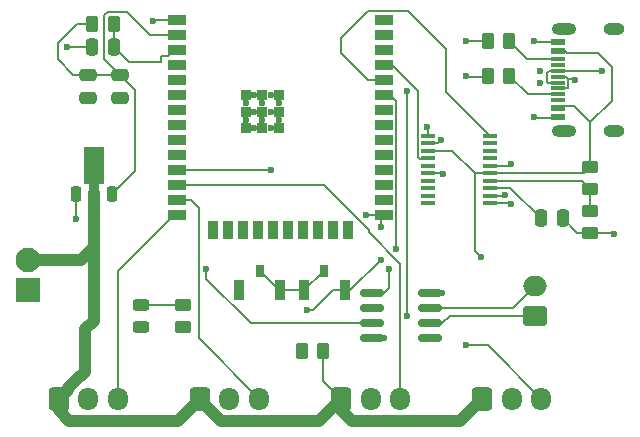
<source format=gtl>
G04 #@! TF.GenerationSoftware,KiCad,Pcbnew,9.0.7*
G04 #@! TF.CreationDate,2026-01-19T10:27:02-08:00*
G04 #@! TF.ProjectId,Tesla Ambient Lighting,5465736c-6120-4416-9d62-69656e74204c,rev?*
G04 #@! TF.SameCoordinates,Original*
G04 #@! TF.FileFunction,Copper,L1,Top*
G04 #@! TF.FilePolarity,Positive*
%FSLAX46Y46*%
G04 Gerber Fmt 4.6, Leading zero omitted, Abs format (unit mm)*
G04 Created by KiCad (PCBNEW 9.0.7) date 2026-01-19 10:27:02*
%MOMM*%
%LPD*%
G01*
G04 APERTURE LIST*
G04 Aperture macros list*
%AMRoundRect*
0 Rectangle with rounded corners*
0 $1 Rounding radius*
0 $2 $3 $4 $5 $6 $7 $8 $9 X,Y pos of 4 corners*
0 Add a 4 corners polygon primitive as box body*
4,1,4,$2,$3,$4,$5,$6,$7,$8,$9,$2,$3,0*
0 Add four circle primitives for the rounded corners*
1,1,$1+$1,$2,$3*
1,1,$1+$1,$4,$5*
1,1,$1+$1,$6,$7*
1,1,$1+$1,$8,$9*
0 Add four rect primitives between the rounded corners*
20,1,$1+$1,$2,$3,$4,$5,0*
20,1,$1+$1,$4,$5,$6,$7,0*
20,1,$1+$1,$6,$7,$8,$9,0*
20,1,$1+$1,$8,$9,$2,$3,0*%
%AMFreePoly0*
4,1,9,3.862500,-0.866500,0.737500,-0.866500,0.737500,-0.450000,-0.737500,-0.450000,-0.737500,0.450000,0.737500,0.450000,0.737500,0.866500,3.862500,0.866500,3.862500,-0.866500,3.862500,-0.866500,$1*%
G04 Aperture macros list end*
G04 #@! TA.AperFunction,ComponentPad*
%ADD10RoundRect,0.250000X0.750000X-0.600000X0.750000X0.600000X-0.750000X0.600000X-0.750000X-0.600000X0*%
G04 #@! TD*
G04 #@! TA.AperFunction,ComponentPad*
%ADD11O,2.000000X1.700000*%
G04 #@! TD*
G04 #@! TA.AperFunction,SMDPad,CuDef*
%ADD12RoundRect,0.225000X0.225000X-0.425000X0.225000X0.425000X-0.225000X0.425000X-0.225000X-0.425000X0*%
G04 #@! TD*
G04 #@! TA.AperFunction,SMDPad,CuDef*
%ADD13FreePoly0,90.000000*%
G04 #@! TD*
G04 #@! TA.AperFunction,SMDPad,CuDef*
%ADD14R,1.150000X0.600000*%
G04 #@! TD*
G04 #@! TA.AperFunction,SMDPad,CuDef*
%ADD15R,1.150000X0.300000*%
G04 #@! TD*
G04 #@! TA.AperFunction,ComponentPad*
%ADD16O,2.100000X1.000000*%
G04 #@! TD*
G04 #@! TA.AperFunction,ComponentPad*
%ADD17O,1.800000X1.000000*%
G04 #@! TD*
G04 #@! TA.AperFunction,SMDPad,CuDef*
%ADD18R,1.200000X0.400000*%
G04 #@! TD*
G04 #@! TA.AperFunction,SMDPad,CuDef*
%ADD19RoundRect,0.250000X-0.250000X-0.475000X0.250000X-0.475000X0.250000X0.475000X-0.250000X0.475000X0*%
G04 #@! TD*
G04 #@! TA.AperFunction,SMDPad,CuDef*
%ADD20RoundRect,0.250000X0.450000X-0.262500X0.450000X0.262500X-0.450000X0.262500X-0.450000X-0.262500X0*%
G04 #@! TD*
G04 #@! TA.AperFunction,SMDPad,CuDef*
%ADD21RoundRect,0.250000X0.262500X0.450000X-0.262500X0.450000X-0.262500X-0.450000X0.262500X-0.450000X0*%
G04 #@! TD*
G04 #@! TA.AperFunction,SMDPad,CuDef*
%ADD22R,0.900000X1.700000*%
G04 #@! TD*
G04 #@! TA.AperFunction,SMDPad,CuDef*
%ADD23R,0.800000X1.100000*%
G04 #@! TD*
G04 #@! TA.AperFunction,ComponentPad*
%ADD24RoundRect,0.250000X-0.600000X-0.725000X0.600000X-0.725000X0.600000X0.725000X-0.600000X0.725000X0*%
G04 #@! TD*
G04 #@! TA.AperFunction,ComponentPad*
%ADD25O,1.700000X1.950000*%
G04 #@! TD*
G04 #@! TA.AperFunction,SMDPad,CuDef*
%ADD26RoundRect,0.250000X-0.262500X-0.450000X0.262500X-0.450000X0.262500X0.450000X-0.262500X0.450000X0*%
G04 #@! TD*
G04 #@! TA.AperFunction,SMDPad,CuDef*
%ADD27RoundRect,0.250000X-0.475000X0.250000X-0.475000X-0.250000X0.475000X-0.250000X0.475000X0.250000X0*%
G04 #@! TD*
G04 #@! TA.AperFunction,ComponentPad*
%ADD28RoundRect,0.250001X0.799999X-0.799999X0.799999X0.799999X-0.799999X0.799999X-0.799999X-0.799999X0*%
G04 #@! TD*
G04 #@! TA.AperFunction,ComponentPad*
%ADD29C,2.100000*%
G04 #@! TD*
G04 #@! TA.AperFunction,SMDPad,CuDef*
%ADD30RoundRect,0.243750X0.456250X-0.243750X0.456250X0.243750X-0.456250X0.243750X-0.456250X-0.243750X0*%
G04 #@! TD*
G04 #@! TA.AperFunction,SMDPad,CuDef*
%ADD31R,1.500000X0.900000*%
G04 #@! TD*
G04 #@! TA.AperFunction,SMDPad,CuDef*
%ADD32R,0.900000X1.500000*%
G04 #@! TD*
G04 #@! TA.AperFunction,HeatsinkPad*
%ADD33R,0.900000X0.900000*%
G04 #@! TD*
G04 #@! TA.AperFunction,HeatsinkPad*
%ADD34C,0.600000*%
G04 #@! TD*
G04 #@! TA.AperFunction,SMDPad,CuDef*
%ADD35RoundRect,0.150000X-0.825000X-0.150000X0.825000X-0.150000X0.825000X0.150000X-0.825000X0.150000X0*%
G04 #@! TD*
G04 #@! TA.AperFunction,ViaPad*
%ADD36C,0.600000*%
G04 #@! TD*
G04 #@! TA.AperFunction,Conductor*
%ADD37C,0.200000*%
G04 #@! TD*
G04 #@! TA.AperFunction,Conductor*
%ADD38C,0.150000*%
G04 #@! TD*
G04 #@! TA.AperFunction,Conductor*
%ADD39C,1.000000*%
G04 #@! TD*
G04 APERTURE END LIST*
D10*
G04 #@! TO.P,J5,1,Pin_1*
G04 #@! TO.N,Net-(J5-Pin_1)*
X165805000Y-111000000D03*
D11*
G04 #@! TO.P,J5,2,Pin_2*
G04 #@! TO.N,Net-(J5-Pin_2)*
X165805000Y-108500000D03*
G04 #@! TD*
D12*
G04 #@! TO.P,U4,1,GND*
G04 #@! TO.N,GNDREF*
X127000000Y-100700000D03*
D13*
G04 #@! TO.P,U4,2,VI*
G04 #@! TO.N,/V5*
X128500000Y-100612500D03*
D12*
G04 #@! TO.P,U4,3,VO*
G04 #@! TO.N,/V33*
X130000000Y-100700000D03*
G04 #@! TD*
D14*
G04 #@! TO.P,J6,A1_B12,GND*
G04 #@! TO.N,GNDREF*
X167745000Y-94200000D03*
G04 #@! TO.P,J6,A4_B9,VBUS*
G04 #@! TO.N,/V5*
X167745000Y-93400000D03*
D15*
G04 #@! TO.P,J6,A5,CC1*
G04 #@! TO.N,Net-(J6-CC1)*
X167745000Y-92250000D03*
G04 #@! TO.P,J6,A6,DP1*
G04 #@! TO.N,/DP*
X167745000Y-91250000D03*
G04 #@! TO.P,J6,A7,DN1*
G04 #@! TO.N,/DN*
X167745000Y-90750000D03*
G04 #@! TO.P,J6,A8,SBU1*
G04 #@! TO.N,unconnected-(J6-SBU1-PadA8)*
X167745000Y-89750000D03*
D14*
G04 #@! TO.P,J6,B1_A12,GND__1*
G04 #@! TO.N,GNDREF*
X167745000Y-87800000D03*
G04 #@! TO.P,J6,B4_A9,VBUS__1*
G04 #@! TO.N,/V5*
X167745000Y-88600000D03*
D15*
G04 #@! TO.P,J6,B5,CC2*
G04 #@! TO.N,Net-(J6-CC2)*
X167745000Y-89250000D03*
G04 #@! TO.P,J6,B6,DP2*
G04 #@! TO.N,/DP*
X167745000Y-90250000D03*
G04 #@! TO.P,J6,B7,DN2*
G04 #@! TO.N,/DN*
X167745000Y-91750000D03*
G04 #@! TO.P,J6,B8,SBU2*
G04 #@! TO.N,unconnected-(J6-SBU2-PadB8)*
X167745000Y-92750000D03*
D16*
G04 #@! TO.P,J6,SH1,SHELL_GND*
G04 #@! TO.N,GNDREF*
X168320000Y-95320000D03*
G04 #@! TO.P,J6,SH2,SHELL_GND__1*
X168320000Y-86680000D03*
D17*
G04 #@! TO.P,J6,SH3,SHELL_GND__2*
X172500000Y-95320000D03*
G04 #@! TO.P,J6,SH4,SHELL_GND__3*
X172500000Y-86680000D03*
G04 #@! TD*
D18*
G04 #@! TO.P,U5,1,~{DTR}*
G04 #@! TO.N,GNDREF*
X156800000Y-95750000D03*
G04 #@! TO.P,U5,2,~{RTS}*
G04 #@! TO.N,/RTS*
X156800000Y-96385000D03*
G04 #@! TO.P,U5,3,VCCIO*
G04 #@! TO.N,/V5*
X156800000Y-97020000D03*
G04 #@! TO.P,U5,4,RXD*
G04 #@! TO.N,Net-(U1-TXD0{slash}IO1)*
X156800000Y-97655000D03*
G04 #@! TO.P,U5,5,~{RI}*
G04 #@! TO.N,unconnected-(U5-~{RI}-Pad5)*
X156800000Y-98290000D03*
G04 #@! TO.P,U5,6,GND*
G04 #@! TO.N,GNDREF*
X156800000Y-98925000D03*
G04 #@! TO.P,U5,7,~{DSR}*
G04 #@! TO.N,unconnected-(U5-~{DSR}-Pad7)*
X156800000Y-99560000D03*
G04 #@! TO.P,U5,8,~{DCD}*
G04 #@! TO.N,unconnected-(U5-~{DCD}-Pad8)*
X156800000Y-100195000D03*
G04 #@! TO.P,U5,9,~{CTS}*
G04 #@! TO.N,unconnected-(U5-~{CTS}-Pad9)*
X156800000Y-100830000D03*
G04 #@! TO.P,U5,10,CBUS2*
G04 #@! TO.N,unconnected-(U5-CBUS2-Pad10)*
X156800000Y-101465000D03*
G04 #@! TO.P,U5,11,USBDP*
G04 #@! TO.N,/DP*
X162000000Y-101465000D03*
G04 #@! TO.P,U5,12,USBDM*
G04 #@! TO.N,/DN*
X162000000Y-100830000D03*
G04 #@! TO.P,U5,13,3V3OUT*
G04 #@! TO.N,Net-(U5-3V3OUT)*
X162000000Y-100195000D03*
G04 #@! TO.P,U5,14,~{RESET}*
G04 #@! TO.N,Net-(U5-~{RESET})*
X162000000Y-99560000D03*
G04 #@! TO.P,U5,15,VCC*
G04 #@! TO.N,/V5*
X162000000Y-98925000D03*
G04 #@! TO.P,U5,16,GND*
G04 #@! TO.N,GNDREF*
X162000000Y-98290000D03*
G04 #@! TO.P,U5,17,CBUS1*
G04 #@! TO.N,unconnected-(U5-CBUS1-Pad17)*
X162000000Y-97655000D03*
G04 #@! TO.P,U5,18,CBUS0*
G04 #@! TO.N,unconnected-(U5-CBUS0-Pad18)*
X162000000Y-97020000D03*
G04 #@! TO.P,U5,19,CBUS3*
G04 #@! TO.N,unconnected-(U5-CBUS3-Pad19)*
X162000000Y-96385000D03*
G04 #@! TO.P,U5,20,TXD*
G04 #@! TO.N,Net-(U1-RXD0{slash}IO3)*
X162000000Y-95750000D03*
G04 #@! TD*
D19*
G04 #@! TO.P,C4,1*
G04 #@! TO.N,Net-(U5-3V3OUT)*
X166300000Y-102750000D03*
G04 #@! TO.P,C4,2*
G04 #@! TO.N,GNDREF*
X168200000Y-102750000D03*
G04 #@! TD*
D20*
G04 #@! TO.P,R6,1*
G04 #@! TO.N,/V33*
X136000000Y-111912500D03*
G04 #@! TO.P,R6,2*
G04 #@! TO.N,Net-(D1-A)*
X136000000Y-110087500D03*
G04 #@! TD*
D21*
G04 #@! TO.P,R5,1*
G04 #@! TO.N,Net-(J6-CC2)*
X163662500Y-87750000D03*
G04 #@! TO.P,R5,2*
G04 #@! TO.N,GNDREF*
X161837500Y-87750000D03*
G04 #@! TD*
D22*
G04 #@! TO.P,RESET,1,1*
G04 #@! TO.N,GNDREF*
X144200000Y-108820000D03*
G04 #@! TO.P,RESET,2,2*
G04 #@! TO.N,/EN*
X140800000Y-108820000D03*
D23*
G04 #@! TO.P,RESET,3*
G04 #@! TO.N,GNDREF*
X142500000Y-107180000D03*
G04 #@! TD*
D22*
G04 #@! TO.P,SW1,1,1*
G04 #@! TO.N,/GPIO0*
X149700000Y-108820000D03*
G04 #@! TO.P,SW1,2,2*
G04 #@! TO.N,GNDREF*
X146300000Y-108820000D03*
D23*
G04 #@! TO.P,SW1,3*
X148000000Y-107180000D03*
G04 #@! TD*
D24*
G04 #@! TO.P,J3,1,Pin_1*
G04 #@! TO.N,/V5*
X149400000Y-118000000D03*
D25*
G04 #@! TO.P,J3,2,Pin_2*
G04 #@! TO.N,GNDREF*
X151900000Y-118000000D03*
G04 #@! TO.P,J3,3,Pin_3*
G04 #@! TO.N,Net-(J3-Pin_3)*
X154400000Y-118000000D03*
G04 #@! TD*
D26*
G04 #@! TO.P,R1,1*
G04 #@! TO.N,/V33*
X128337500Y-86250000D03*
G04 #@! TO.P,R1,2*
G04 #@! TO.N,/EN*
X130162500Y-86250000D03*
G04 #@! TD*
G04 #@! TO.P,R4,1*
G04 #@! TO.N,GNDREF*
X161837500Y-90700000D03*
G04 #@! TO.P,R4,2*
G04 #@! TO.N,Net-(J6-CC1)*
X163662500Y-90700000D03*
G04 #@! TD*
D21*
G04 #@! TO.P,R7,1*
G04 #@! TO.N,/V5*
X147912500Y-114000000D03*
G04 #@! TO.P,R7,2*
G04 #@! TO.N,/GPIO0*
X146087500Y-114000000D03*
G04 #@! TD*
D27*
G04 #@! TO.P,C1,1*
G04 #@! TO.N,/V33*
X130720000Y-90625000D03*
G04 #@! TO.P,C1,2*
G04 #@! TO.N,GNDREF*
X130720000Y-92525000D03*
G04 #@! TD*
D24*
G04 #@! TO.P,J2,1,Pin_1*
G04 #@! TO.N,/V5*
X137450000Y-118000000D03*
D25*
G04 #@! TO.P,J2,2,Pin_2*
G04 #@! TO.N,GNDREF*
X139950000Y-118000000D03*
G04 #@! TO.P,J2,3,Pin_3*
G04 #@! TO.N,Net-(J2-Pin_3)*
X142450000Y-118000000D03*
G04 #@! TD*
D28*
G04 #@! TO.P,J7,1,Pin_1*
G04 #@! TO.N,GNDREF*
X122867500Y-108790000D03*
D29*
G04 #@! TO.P,J7,2,Pin_2*
G04 #@! TO.N,/V5*
X122867500Y-106250000D03*
G04 #@! TD*
D30*
G04 #@! TO.P,PWR,1,K*
G04 #@! TO.N,GNDREF*
X132500000Y-111937500D03*
G04 #@! TO.P,PWR,2,A*
G04 #@! TO.N,Net-(D1-A)*
X132500000Y-110062500D03*
G04 #@! TD*
D20*
G04 #@! TO.P,R2,1*
G04 #@! TO.N,GNDREF*
X170500000Y-103950000D03*
G04 #@! TO.P,R2,2*
G04 #@! TO.N,Net-(U5-~{RESET})*
X170500000Y-102125000D03*
G04 #@! TD*
D19*
G04 #@! TO.P,C3,1*
G04 #@! TO.N,GNDREF*
X128300000Y-88250000D03*
G04 #@! TO.P,C3,2*
G04 #@! TO.N,/EN*
X130200000Y-88250000D03*
G04 #@! TD*
D31*
G04 #@! TO.P,U1,1,GND*
G04 #@! TO.N,GNDREF*
X135500000Y-85990000D03*
G04 #@! TO.P,U1,2,VDD*
G04 #@! TO.N,/V33*
X135500000Y-87260000D03*
G04 #@! TO.P,U1,3,EN*
G04 #@! TO.N,/EN*
X135500000Y-88530000D03*
G04 #@! TO.P,U1,4,SENSOR_VP*
G04 #@! TO.N,unconnected-(U1-SENSOR_VP-Pad4)*
X135500000Y-89800000D03*
G04 #@! TO.P,U1,5,SENSOR_VN*
G04 #@! TO.N,unconnected-(U1-SENSOR_VN-Pad5)*
X135500000Y-91070000D03*
G04 #@! TO.P,U1,6,IO34*
G04 #@! TO.N,unconnected-(U1-IO34-Pad6)*
X135500000Y-92340000D03*
G04 #@! TO.P,U1,7,IO35*
G04 #@! TO.N,unconnected-(U1-IO35-Pad7)*
X135500000Y-93610000D03*
G04 #@! TO.P,U1,8,IO32*
G04 #@! TO.N,unconnected-(U1-IO32-Pad8)*
X135500000Y-94880000D03*
G04 #@! TO.P,U1,9,IO33*
G04 #@! TO.N,unconnected-(U1-IO33-Pad9)*
X135500000Y-96150000D03*
G04 #@! TO.P,U1,10,IO25*
G04 #@! TO.N,unconnected-(U1-IO25-Pad10)*
X135500000Y-97420000D03*
G04 #@! TO.P,U1,11,IO26*
G04 #@! TO.N,Net-(J4-Pin_3)*
X135500000Y-98690000D03*
G04 #@! TO.P,U1,12,IO27*
G04 #@! TO.N,Net-(J3-Pin_3)*
X135500000Y-99960000D03*
G04 #@! TO.P,U1,13,IO14*
G04 #@! TO.N,Net-(J2-Pin_3)*
X135500000Y-101230000D03*
G04 #@! TO.P,U1,14,IO12*
G04 #@! TO.N,Net-(J1-Pin_3)*
X135500000Y-102500000D03*
D32*
G04 #@! TO.P,U1,15,GND*
G04 #@! TO.N,GNDREF*
X138535000Y-103750000D03*
G04 #@! TO.P,U1,16,IO13*
G04 #@! TO.N,unconnected-(U1-IO13-Pad16)*
X139805000Y-103750000D03*
G04 #@! TO.P,U1,17,SHD/SD2*
G04 #@! TO.N,unconnected-(U1-SHD{slash}SD2-Pad17)*
X141075000Y-103750000D03*
G04 #@! TO.P,U1,18,SWP/SD3*
G04 #@! TO.N,unconnected-(U1-SWP{slash}SD3-Pad18)*
X142345000Y-103750000D03*
G04 #@! TO.P,U1,19,SCS/CMD*
G04 #@! TO.N,unconnected-(U1-SCS{slash}CMD-Pad19)*
X143615000Y-103750000D03*
G04 #@! TO.P,U1,20,SCK/CLK*
G04 #@! TO.N,unconnected-(U1-SCK{slash}CLK-Pad20)*
X144885000Y-103750000D03*
G04 #@! TO.P,U1,21,SDO/SD0*
G04 #@! TO.N,unconnected-(U1-SDO{slash}SD0-Pad21)*
X146155000Y-103750000D03*
G04 #@! TO.P,U1,22,SDI/SD1*
G04 #@! TO.N,unconnected-(U1-SDI{slash}SD1-Pad22)*
X147425000Y-103750000D03*
G04 #@! TO.P,U1,23,IO15*
G04 #@! TO.N,unconnected-(U1-IO15-Pad23)*
X148695000Y-103750000D03*
G04 #@! TO.P,U1,24,IO2*
G04 #@! TO.N,unconnected-(U1-IO2-Pad24)*
X149965000Y-103750000D03*
D31*
G04 #@! TO.P,U1,25,IO0*
G04 #@! TO.N,/GPIO0*
X153000000Y-102500000D03*
G04 #@! TO.P,U1,26,IO4*
G04 #@! TO.N,unconnected-(U1-IO4-Pad26)*
X153000000Y-101230000D03*
G04 #@! TO.P,U1,27,IO16*
G04 #@! TO.N,unconnected-(U1-IO16-Pad27)*
X153000000Y-99960000D03*
G04 #@! TO.P,U1,28,IO17*
G04 #@! TO.N,unconnected-(U1-IO17-Pad28)*
X153000000Y-98690000D03*
G04 #@! TO.P,U1,29,IO5*
G04 #@! TO.N,unconnected-(U1-IO5-Pad29)*
X153000000Y-97420000D03*
G04 #@! TO.P,U1,30,IO18*
G04 #@! TO.N,unconnected-(U1-IO18-Pad30)*
X153000000Y-96150000D03*
G04 #@! TO.P,U1,31,IO19*
G04 #@! TO.N,unconnected-(U1-IO19-Pad31)*
X153000000Y-94880000D03*
G04 #@! TO.P,U1,32,NC*
G04 #@! TO.N,unconnected-(U1-NC-Pad32)*
X153000000Y-93610000D03*
G04 #@! TO.P,U1,33,IO21*
G04 #@! TO.N,/CAN_TXD*
X153000000Y-92340000D03*
G04 #@! TO.P,U1,34,RXD0/IO3*
G04 #@! TO.N,Net-(U1-RXD0{slash}IO3)*
X153000000Y-91070000D03*
G04 #@! TO.P,U1,35,TXD0/IO1*
G04 #@! TO.N,Net-(U1-TXD0{slash}IO1)*
X153000000Y-89800000D03*
G04 #@! TO.P,U1,36,IO22*
G04 #@! TO.N,/CAN_RXD*
X153000000Y-88530000D03*
G04 #@! TO.P,U1,37,IO23*
G04 #@! TO.N,unconnected-(U1-IO23-Pad37)*
X153000000Y-87260000D03*
G04 #@! TO.P,U1,38,GND*
G04 #@! TO.N,GNDREF*
X153000000Y-85990000D03*
D33*
G04 #@! TO.P,U1,39,GND*
X141350000Y-92310000D03*
D34*
X141350000Y-93010000D03*
D33*
X141350000Y-93710000D03*
D34*
X141350000Y-94410000D03*
D33*
X141350000Y-95110000D03*
D34*
X142050000Y-92310000D03*
X142050000Y-93710000D03*
X142050000Y-95110000D03*
D33*
X142750000Y-92310000D03*
D34*
X142750000Y-93010000D03*
D33*
X142750000Y-93710000D03*
D34*
X142750000Y-94410000D03*
D33*
X142750000Y-95110000D03*
D34*
X143450000Y-92310000D03*
X143450000Y-93710000D03*
X143450000Y-95110000D03*
D33*
X144150000Y-92310000D03*
D34*
X144150000Y-93010000D03*
D33*
X144150000Y-93710000D03*
D34*
X144150000Y-94410000D03*
D33*
X144150000Y-95110000D03*
G04 #@! TD*
D24*
G04 #@! TO.P,J4,1,Pin_1*
G04 #@! TO.N,/V5*
X161350000Y-118000000D03*
D25*
G04 #@! TO.P,J4,2,Pin_2*
G04 #@! TO.N,GNDREF*
X163850000Y-118000000D03*
G04 #@! TO.P,J4,3,Pin_3*
G04 #@! TO.N,Net-(J4-Pin_3)*
X166350000Y-118000000D03*
G04 #@! TD*
D20*
G04 #@! TO.P,R3,1*
G04 #@! TO.N,Net-(U5-~{RESET})*
X170500000Y-100250000D03*
G04 #@! TO.P,R3,2*
G04 #@! TO.N,/V5*
X170500000Y-98425000D03*
G04 #@! TD*
D27*
G04 #@! TO.P,C2,1*
G04 #@! TO.N,/V33*
X128000000Y-90625000D03*
G04 #@! TO.P,C2,2*
G04 #@! TO.N,GNDREF*
X128000000Y-92525000D03*
G04 #@! TD*
D35*
G04 #@! TO.P,U2,1,D*
G04 #@! TO.N,/CAN_TXD*
X152025000Y-109095000D03*
G04 #@! TO.P,U2,2,GND*
G04 #@! TO.N,GNDREF*
X152025000Y-110365000D03*
G04 #@! TO.P,U2,3,VCC*
G04 #@! TO.N,/V33*
X152025000Y-111635000D03*
G04 #@! TO.P,U2,4,R*
G04 #@! TO.N,/CAN_RXD*
X152025000Y-112905000D03*
G04 #@! TO.P,U2,5,Vref*
G04 #@! TO.N,unconnected-(U2-Vref-Pad5)*
X156975000Y-112905000D03*
G04 #@! TO.P,U2,6,CANL*
G04 #@! TO.N,Net-(J5-Pin_1)*
X156975000Y-111635000D03*
G04 #@! TO.P,U2,7,CANH*
G04 #@! TO.N,Net-(J5-Pin_2)*
X156975000Y-110365000D03*
G04 #@! TO.P,U2,8,Rs*
G04 #@! TO.N,GNDREF*
X156975000Y-109095000D03*
G04 #@! TD*
D24*
G04 #@! TO.P,J1,1,Pin_1*
G04 #@! TO.N,/V5*
X125500000Y-118000000D03*
D25*
G04 #@! TO.P,J1,2,Pin_2*
G04 #@! TO.N,GNDREF*
X128000000Y-118000000D03*
G04 #@! TO.P,J1,3,Pin_3*
G04 #@! TO.N,Net-(J1-Pin_3)*
X130500000Y-118000000D03*
G04 #@! TD*
D36*
G04 #@! TO.N,*
X166250000Y-91250000D03*
X166250000Y-90250000D03*
G04 #@! TO.N,GNDREF*
X148000000Y-107180000D03*
X165755000Y-94200000D03*
X172550000Y-104050000D03*
X159977500Y-90700000D03*
X130720000Y-92525000D03*
X165750000Y-87750000D03*
X157975000Y-109025000D03*
X156699000Y-95000000D03*
X126950000Y-102800000D03*
X152025000Y-110365000D03*
X128000000Y-92525000D03*
X159977500Y-87700000D03*
X163750000Y-98125000D03*
X138535000Y-103750000D03*
X158000000Y-99000000D03*
X132500000Y-111937500D03*
X153000000Y-85990000D03*
X126200000Y-88200000D03*
X133500000Y-86000000D03*
G04 #@! TO.N,Net-(J4-Pin_3)*
X143500000Y-98635000D03*
X160000000Y-113500000D03*
G04 #@! TO.N,/DP*
X163750000Y-101500000D03*
X171500000Y-90250000D03*
G04 #@! TO.N,/DN*
X169250000Y-91000000D03*
X163250000Y-100795000D03*
G04 #@! TO.N,/CAN_TXD*
X154026000Y-105350472D03*
X153500000Y-107000000D03*
G04 #@! TO.N,/CAN_RXD*
X153000000Y-88530000D03*
X155000000Y-92000000D03*
X153000000Y-112900000D03*
X155000000Y-111000000D03*
G04 #@! TO.N,/V33*
X130000000Y-100700000D03*
X138000000Y-107000000D03*
X136000000Y-112000000D03*
G04 #@! TO.N,/EN*
X140800000Y-108820000D03*
X135500000Y-88500000D03*
G04 #@! TO.N,/V5*
X161250000Y-106000000D03*
G04 #@! TO.N,/RTS*
X157867592Y-96127086D03*
G04 #@! TO.N,/GPIO0*
X146500000Y-110500000D03*
X152750000Y-106250000D03*
X152750000Y-103500000D03*
X151500000Y-102500000D03*
X146087500Y-114000000D03*
G04 #@! TD*
D37*
G04 #@! TO.N,Net-(J1-Pin_3)*
X130500000Y-107195000D02*
X135250000Y-102445000D01*
X130500000Y-118000000D02*
X130500000Y-107195000D01*
D38*
G04 #@! TO.N,GNDREF*
X157975000Y-109025000D02*
X158000000Y-109000000D01*
D37*
X161972500Y-90750000D02*
X160027500Y-90750000D01*
D38*
X156800000Y-98925000D02*
X157925000Y-98925000D01*
D37*
X167745000Y-87800000D02*
X165800000Y-87800000D01*
D38*
X147940000Y-107180000D02*
X146300000Y-108820000D01*
D37*
X165800000Y-87800000D02*
X165750000Y-87750000D01*
D38*
X148000000Y-107180000D02*
X147940000Y-107180000D01*
D37*
X167750000Y-94250000D02*
X165805000Y-94250000D01*
X128195000Y-88250000D02*
X126250000Y-88250000D01*
X135500000Y-85990000D02*
X133510000Y-85990000D01*
X170555000Y-104000000D02*
X172500000Y-104000000D01*
D38*
X144140000Y-108820000D02*
X142500000Y-107180000D01*
D37*
X127000000Y-100805000D02*
X127000000Y-102750000D01*
D38*
X144200000Y-108820000D02*
X146300000Y-108820000D01*
X144200000Y-108820000D02*
X144140000Y-108820000D01*
D37*
X133510000Y-85990000D02*
X133500000Y-86000000D01*
X163585000Y-98290000D02*
X163750000Y-98125000D01*
D38*
X156800000Y-95101000D02*
X156699000Y-95000000D01*
X169400000Y-103950000D02*
X170500000Y-103950000D01*
X168200000Y-102750000D02*
X169400000Y-103950000D01*
D37*
X161972500Y-87750000D02*
X160027500Y-87750000D01*
D38*
X157975000Y-109095000D02*
X157975000Y-109025000D01*
X157925000Y-98925000D02*
X158000000Y-99000000D01*
D37*
X162000000Y-98290000D02*
X163585000Y-98290000D01*
D38*
X156800000Y-95750000D02*
X156800000Y-95101000D01*
D37*
G04 #@! TO.N,Net-(J2-Pin_3)*
X137339000Y-112889000D02*
X137339000Y-101839000D01*
X142450000Y-118000000D02*
X137339000Y-112889000D01*
X137339000Y-101839000D02*
X136675000Y-101175000D01*
X136675000Y-101175000D02*
X135250000Y-101175000D01*
G04 #@! TO.N,Net-(J3-Pin_3)*
X147922000Y-99905000D02*
X151748000Y-103731000D01*
X135250000Y-99905000D02*
X147922000Y-99905000D01*
X151748000Y-103921000D02*
X154400000Y-106573000D01*
X151748000Y-103731000D02*
X151748000Y-103921000D01*
X154400000Y-106573000D02*
X154400000Y-118000000D01*
G04 #@! TO.N,Net-(J4-Pin_3)*
X143500000Y-98635000D02*
X135555000Y-98635000D01*
X135555000Y-98635000D02*
X135500000Y-98690000D01*
X166350000Y-118000000D02*
X166500000Y-118000000D01*
X166350000Y-118000000D02*
X161850000Y-113500000D01*
X161850000Y-113500000D02*
X160000000Y-113500000D01*
G04 #@! TO.N,Net-(J5-Pin_1)*
X165190000Y-110385000D02*
X165805000Y-111000000D01*
X158610000Y-111000000D02*
X157975000Y-111635000D01*
X165805000Y-111000000D02*
X158610000Y-111000000D01*
G04 #@! TO.N,/DP*
X162000000Y-101465000D02*
X163715000Y-101465000D01*
X167745000Y-90250000D02*
X167018000Y-90250000D01*
X167018000Y-90250000D02*
X166869000Y-90399000D01*
X166918000Y-91250000D02*
X167745000Y-91250000D01*
X167745000Y-90250000D02*
X171500000Y-90250000D01*
X163715000Y-101465000D02*
X163750000Y-101500000D01*
X166869000Y-90399000D02*
X166869000Y-91201000D01*
X166869000Y-91201000D02*
X166918000Y-91250000D01*
G04 #@! TO.N,/DN*
X162000000Y-100830000D02*
X163215000Y-100830000D01*
X163215000Y-100830000D02*
X163250000Y-100795000D01*
X168443000Y-90750000D02*
X168621000Y-90928000D01*
X168621000Y-91701000D02*
X168572000Y-91750000D01*
X168572000Y-91750000D02*
X167745000Y-91750000D01*
X169178000Y-90928000D02*
X169250000Y-91000000D01*
X168621000Y-90928000D02*
X169178000Y-90928000D01*
X167745000Y-90750000D02*
X168443000Y-90750000D01*
X168621000Y-90928000D02*
X168621000Y-91701000D01*
D38*
G04 #@! TO.N,/CAN_TXD*
X154026000Y-105350472D02*
X154026000Y-92822000D01*
X154026000Y-92822000D02*
X153704000Y-92500000D01*
D37*
X152750000Y-92285000D02*
X152715000Y-92250000D01*
D38*
X153500000Y-108620000D02*
X153500000Y-107000000D01*
X153025000Y-109095000D02*
X153500000Y-108620000D01*
X153704000Y-92500000D02*
X153000000Y-92500000D01*
G04 #@! TO.N,/CAN_RXD*
X155000000Y-99176000D02*
X155000000Y-92000000D01*
X155000000Y-111000000D02*
X155000000Y-99176000D01*
X153005000Y-112905000D02*
X153000000Y-112900000D01*
G04 #@! TO.N,/V33*
X141763000Y-111635000D02*
X138000000Y-107872000D01*
X136000000Y-111912500D02*
X136000000Y-112000000D01*
D37*
X127017214Y-86250000D02*
X125399000Y-87868214D01*
X129349000Y-89254000D02*
X129349000Y-85564840D01*
X129664840Y-85249000D02*
X131301000Y-85249000D01*
X130720000Y-90625000D02*
X129349000Y-89254000D01*
X130000000Y-100700000D02*
X131946000Y-98754000D01*
X126750000Y-90625000D02*
X130720000Y-90625000D01*
D38*
X152025000Y-111635000D02*
X141763000Y-111635000D01*
D37*
X131946000Y-98754000D02*
X131946000Y-91851000D01*
X131946000Y-91851000D02*
X130720000Y-90625000D01*
X128337500Y-86250000D02*
X127017214Y-86250000D01*
X133257000Y-87205000D02*
X135250000Y-87205000D01*
X125399000Y-87868214D02*
X125399000Y-89274000D01*
X129349000Y-85564840D02*
X129664840Y-85249000D01*
D38*
X138000000Y-107872000D02*
X138000000Y-107000000D01*
D37*
X131301000Y-85249000D02*
X133257000Y-87205000D01*
X125399000Y-89274000D02*
X126750000Y-90625000D01*
D38*
G04 #@! TO.N,Net-(J5-Pin_2)*
X157975000Y-110365000D02*
X163940000Y-110365000D01*
D37*
X165190000Y-109115000D02*
X165805000Y-108500000D01*
D38*
X163940000Y-110365000D02*
X165805000Y-108500000D01*
D37*
G04 #@! TO.N,/EN*
X134199000Y-89500000D02*
X134199000Y-88994000D01*
X134199000Y-88994000D02*
X134731000Y-88994000D01*
X130200000Y-88250000D02*
X130200000Y-86287500D01*
X131450000Y-89500000D02*
X134199000Y-89500000D01*
X130200000Y-86287500D02*
X130162500Y-86250000D01*
X130200000Y-88250000D02*
X131450000Y-89500000D01*
X134731000Y-88994000D02*
X135250000Y-88475000D01*
G04 #@! TO.N,Net-(U1-RXD0{slash}IO3)*
X158265000Y-92015000D02*
X162000000Y-95750000D01*
X151665057Y-91015000D02*
X149399000Y-88748943D01*
X158265000Y-88409714D02*
X158265000Y-92015000D01*
X152750000Y-91015000D02*
X151665057Y-91015000D01*
X149399000Y-88748943D02*
X149399000Y-87484000D01*
X151699000Y-85184000D02*
X155039286Y-85184000D01*
X155039286Y-85184000D02*
X158265000Y-88409714D01*
X149399000Y-87484000D02*
X151699000Y-85184000D01*
G04 #@! TO.N,Net-(U1-TXD0{slash}IO1)*
X155899000Y-97521000D02*
X156104000Y-97726000D01*
X153700000Y-89745000D02*
X155899000Y-91944000D01*
X156104000Y-97726000D02*
X156800000Y-97726000D01*
X155899000Y-91944000D02*
X155899000Y-97521000D01*
X152750000Y-89745000D02*
X153700000Y-89745000D01*
D38*
G04 #@! TO.N,Net-(D1-A)*
X132500000Y-110062500D02*
X135975000Y-110062500D01*
X135975000Y-110062500D02*
X136000000Y-110087500D01*
X135962500Y-110125000D02*
X136000000Y-110087500D01*
D39*
G04 #@! TO.N,/V5*
X128500000Y-100612500D02*
X128500000Y-105137424D01*
X135574000Y-119876000D02*
X137450000Y-118000000D01*
D37*
X161250000Y-106000000D02*
X160742000Y-105492000D01*
D39*
X125500000Y-118000000D02*
X125500000Y-118975000D01*
D37*
X160742000Y-105492000D02*
X160742000Y-98925000D01*
D39*
X127274712Y-116124000D02*
X127376000Y-116124000D01*
X149400000Y-118000000D02*
X149400000Y-118975000D01*
D38*
X147912500Y-116512500D02*
X149400000Y-118000000D01*
D37*
X172301000Y-92812992D02*
X170500000Y-94613992D01*
X170000000Y-98925000D02*
X170500000Y-98425000D01*
D39*
X127376000Y-116124000D02*
X127750000Y-115750000D01*
X159474000Y-119876000D02*
X161350000Y-118000000D01*
D37*
X158837000Y-97020000D02*
X156800000Y-97020000D01*
D39*
X137450000Y-118101288D02*
X139224712Y-119876000D01*
D37*
X168539992Y-88786000D02*
X171168786Y-88786000D01*
D39*
X147524000Y-119876000D02*
X149400000Y-118000000D01*
D37*
X171168786Y-88786000D02*
X172301000Y-89918214D01*
D39*
X137450000Y-118000000D02*
X137450000Y-118101288D01*
X126249000Y-117149712D02*
X127274712Y-116124000D01*
D37*
X168353992Y-88600000D02*
X168539992Y-88786000D01*
D39*
X126401000Y-119876000D02*
X135574000Y-119876000D01*
D37*
X167745000Y-88600000D02*
X168353992Y-88600000D01*
D39*
X127387424Y-106250000D02*
X128500000Y-105137424D01*
D37*
X172301000Y-89918214D02*
X172301000Y-92812992D01*
X170500000Y-94613992D02*
X170500000Y-98425000D01*
X167931000Y-93214000D02*
X167745000Y-93400000D01*
D38*
X147912500Y-114000000D02*
X147912500Y-116512500D01*
D39*
X125500000Y-118000000D02*
X126249000Y-117251000D01*
X126249000Y-117251000D02*
X126249000Y-117149712D01*
D37*
X160742000Y-98925000D02*
X158837000Y-97020000D01*
X162000000Y-98925000D02*
X170000000Y-98925000D01*
D39*
X125500000Y-118975000D02*
X126401000Y-119876000D01*
D37*
X169100008Y-93214000D02*
X170500000Y-94613992D01*
D39*
X128500000Y-111402576D02*
X127750000Y-112152576D01*
X139224712Y-119876000D02*
X147524000Y-119876000D01*
D37*
X167931000Y-93214000D02*
X169100008Y-93214000D01*
D39*
X122867500Y-106250000D02*
X127387424Y-106250000D01*
X149400000Y-118975000D02*
X150301000Y-119876000D01*
D37*
X162000000Y-98925000D02*
X160742000Y-98925000D01*
D39*
X128500000Y-105137424D02*
X128500000Y-111402576D01*
D37*
X156952000Y-97125000D02*
X157076000Y-97001000D01*
D39*
X150301000Y-119876000D02*
X159474000Y-119876000D01*
X127750000Y-115750000D02*
X127750000Y-112152576D01*
D37*
G04 #@! TO.N,Net-(J6-CC1)*
X167745000Y-92250000D02*
X165212500Y-92250000D01*
X165212500Y-92250000D02*
X163662500Y-90700000D01*
G04 #@! TO.N,Net-(J6-CC2)*
X165162500Y-89250000D02*
X163662500Y-87750000D01*
X167745000Y-89250000D02*
X165162500Y-89250000D01*
G04 #@! TO.N,Net-(U5-3V3OUT)*
X163745000Y-100195000D02*
X162000000Y-100195000D01*
X166300000Y-102750000D02*
X163745000Y-100195000D01*
G04 #@! TO.N,Net-(U5-~{RESET})*
X170500000Y-100250000D02*
X170500000Y-102125000D01*
X170500000Y-100250000D02*
X170351000Y-100399000D01*
X169810000Y-99560000D02*
X162000000Y-99560000D01*
X170500000Y-100250000D02*
X169810000Y-99560000D01*
D38*
G04 #@! TO.N,/RTS*
X157609678Y-96385000D02*
X156800000Y-96385000D01*
X157867592Y-96127086D02*
X157609678Y-96385000D01*
G04 #@! TO.N,/GPIO0*
X151500000Y-102500000D02*
X153000000Y-102500000D01*
X147000000Y-110500000D02*
X148680000Y-108820000D01*
X146500000Y-110500000D02*
X147000000Y-110500000D01*
D37*
X152750000Y-106250000D02*
X150180000Y-108820000D01*
D38*
X153500000Y-102500000D02*
X153000000Y-102500000D01*
X148680000Y-108820000D02*
X149700000Y-108820000D01*
D37*
X152750000Y-103500000D02*
X152750000Y-102445000D01*
G04 #@! TD*
M02*

</source>
